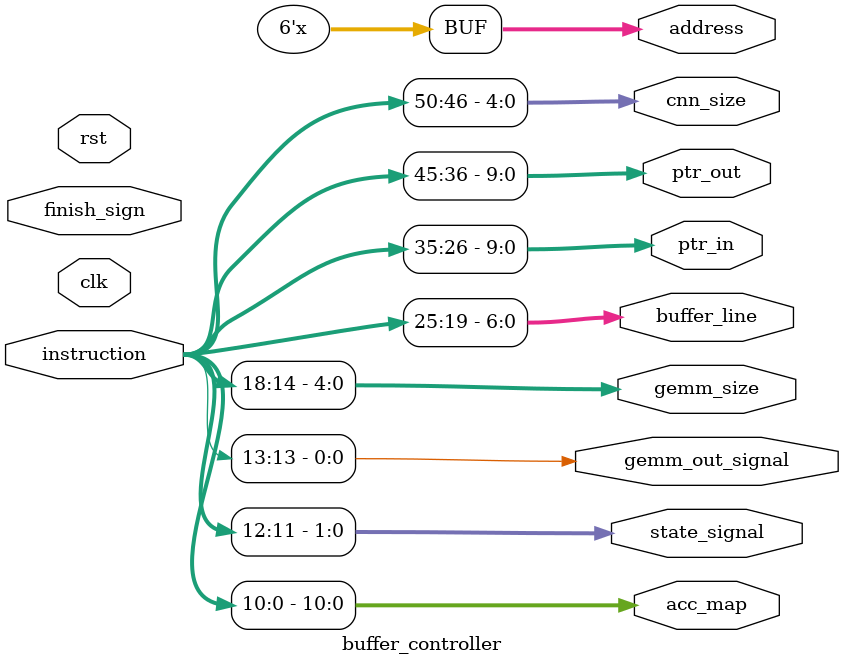
<source format=v>
`timescale 1ns / 1ps


module buffer_controller(clk, rst, finish_sign, instruction,  address, gemm_size, state_signal, ptr_in, ptr_out, acc_map, buffer_line, gemm_out_signal, cnn_size);
    input clk, rst;
    input finish_sign;
    input [50:0] instruction;
    output reg [5:0] address =0;
    output reg [10:0] acc_map;
    output reg [1:0] state_signal;
    output reg gemm_out_signal;
    output reg [4:0] gemm_size;
    output reg [6:0] buffer_line;
    output reg [9:0] ptr_in, ptr_out;
    output reg [4:0] cnn_size;
    
    always@(finish_sign)begin
            if(finish_sign==1)begin
                address <= address +1;
            end
    end
    
    always@(instruction)begin
        acc_map <= instruction[10:0];
        state_signal <= instruction[12:11];
        gemm_out_signal <= instruction[13];
        gemm_size <= instruction[18:14];
        buffer_line <= instruction[25:19];
        ptr_in <= instruction[35:26];
        ptr_out <= instruction[45:36];
        cnn_size <= instruction [50:46];
    end
endmodule

</source>
